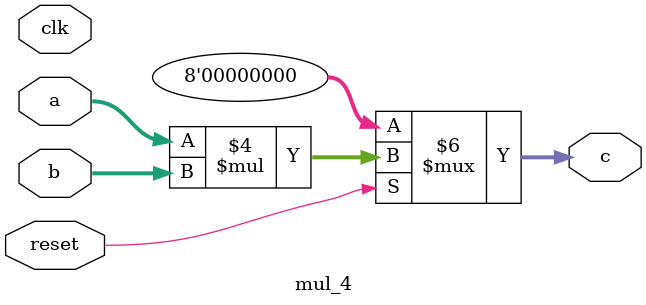
<source format=sv>
module mac_16 #(parameter OUT_BIT = 32, parameter LOW_PRE = 0, parameter INWID = 4)(
    input logic clk, reset,
    input logic [1:0] ctrl,
    input wire [INWID*4-1:0] a,
    input wire [INWID*4-1:0] b,
    output reg [OUT_BIT-1:0] out
);
    // out regs
    reg [OUT_BIT-1:0] c[15:0];
    reg [OUT_BIT-1:0] out_c;

    genvar i,j;
    integer k;

    // map a b bits to 4-bit multipliers, accum 16 mul and mul16 are differnet
    generate
    if(!LOW_PRE)
        for(i=0; i<4; i=i+1) 
            for(j=0; j<4; j=j+1) 
            begin: mac_gen
                mul_4 mul_4bit(
                    .clk(clk), 
                    .reset(reset), 
                    .a   (a[i*4+3:i*4]),
                    .b   (b[j*4+3:j*4]),
                    .c   (c[j+i*4][7:0]));
            end
    else
        for(i=0; i<16; i=i+1) 
        begin: mac_gen_low
            mul_4 mul_4bit(
                .clk(clk), 
                .reset(reset), 
                .a   (a[i*4+3:i*4]),
                .b   (b[i*4+3:i*4]),
                .c   (c[i][7:0]));
        end
    endgenerate

    // initialize intermidiate out
    initial begin
        if(!LOW_PRE) begin 
            for (k=0;k<16;k=k+1) c[k][OUT_BIT-1:8] = 0;
        end
    end
    // output selection
    always_comb begin
        if (~reset) begin
            out_c = 0;
        end
        else begin
            case(ctrl) 
                2'b00: if(!LOW_PRE) out_c = 0;  // projection input is 0, out is 0
                2'b01: if(!LOW_PRE) out_c = {16'b0,a}; // projection input is 1, out is in
                2'b10: if(!LOW_PRE) out_c = -{16'b0,a}; // projection input is -1, out is -in
                2'b11: begin 
                    if(!LOW_PRE) begin
                        out_c =  c[0]        + (c[1]<<4)   + (c[4]<<4) 
                                + (c[2]<<8)   + (c[5]<<8)   + (c[8]<<8)
                                + (c[3]<<12)  + (c[6]<<12)  + (c[9]<<12) + (c[12]<<12) 
                                + (c[7]<<16)  + (c[10]<<16) + (c[13]<<16) 
                                + (c[11]<<20) + (c[14]<<20) + (c[15]<<24) ;
                        //out_c <= out_c + acc;
                    end
                    else out_c = c[0] + c[1] + c[2] + c[3]
                                + c[4] + c[5] + c[6] + c[7]
                                + c[8] + c[9] + c[10] + c[11]
                                + c[12] + c[13] + c[14] + c[15];
                    end
                default: out_c = 0;
            endcase

        end 
    end

    assign out = out_c;
endmodule

module mul_4(
    input  logic clk, reset,
    input  wire [3:0] a,b, 
    output reg [7:0] c
);
  always_comb
    if (~reset) begin
        c = 0;
    end
    else begin
        c = (a * b);
    end
endmodule






</source>
